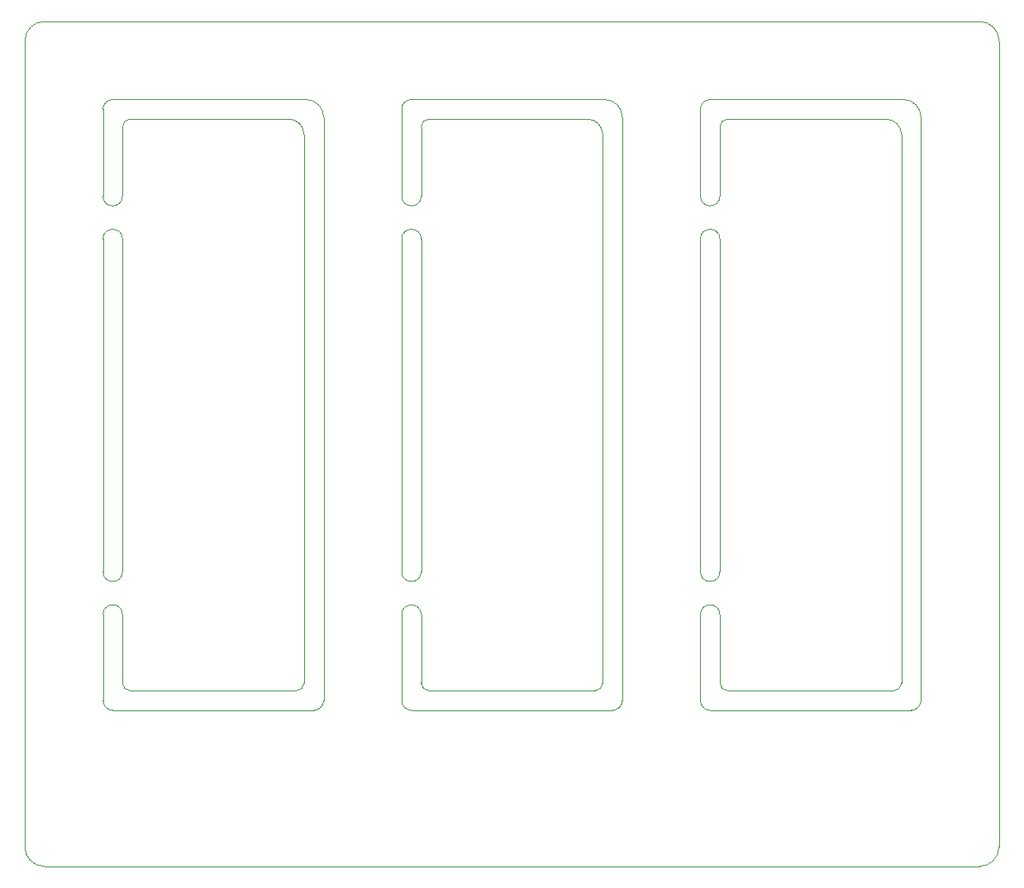
<source format=gm1>
%TF.GenerationSoftware,KiCad,Pcbnew,9.0.7*%
%TF.CreationDate,2026-02-08T19:30:57+03:00*%
%TF.ProjectId,mriya-mcu-cover-1.1.3,6d726979-612d-46d6-9375-2d636f766572,1.1.3*%
%TF.SameCoordinates,Original*%
%TF.FileFunction,Profile,NP*%
%FSLAX46Y46*%
G04 Gerber Fmt 4.6, Leading zero omitted, Abs format (unit mm)*
G04 Created by KiCad (PCBNEW 9.0.7) date 2026-02-08 19:30:57*
%MOMM*%
%LPD*%
G01*
G04 APERTURE LIST*
%TA.AperFunction,Profile*%
%ADD10C,0.100000*%
%TD*%
G04 APERTURE END LIST*
D10*
X77900000Y-28900000D02*
G75*
G02*
X78900000Y-27900000I1000000J0D01*
G01*
X78900000Y-90500000D02*
G75*
G02*
X77900000Y-89500000I0J1000000D01*
G01*
X111300000Y-29900000D02*
X127500000Y-29900000D01*
X98500000Y-87700000D02*
G75*
G02*
X97700000Y-88500000I-800000J0D01*
G01*
X131100000Y-89500000D02*
X131100000Y-29700000D01*
X129300000Y-27900000D02*
X109500000Y-27900000D01*
X139100000Y-28900000D02*
G75*
G02*
X140100000Y-27900000I1000000J0D01*
G01*
X98700000Y-27900000D02*
G75*
G02*
X100500000Y-29700000I0J-1800000D01*
G01*
X110500000Y-87700000D02*
X110500000Y-80700000D01*
X141100000Y-87700000D02*
X141100000Y-80700000D01*
X79900000Y-37800000D02*
X79900000Y-30700000D01*
X141900000Y-29900000D02*
X158100000Y-29900000D01*
X110500000Y-76300000D02*
X110500000Y-42200000D01*
X96900000Y-29900000D02*
G75*
G02*
X98500000Y-31500000I0J-1600000D01*
G01*
X139100000Y-80700000D02*
X139100000Y-89500000D01*
X108500000Y-37800000D02*
X108500000Y-28900000D01*
X141100000Y-76300000D02*
X141100000Y-42200000D01*
X140100000Y-90500000D02*
X160700000Y-90500000D01*
X98500000Y-87700000D02*
X98500000Y-31500000D01*
X141100000Y-37800000D02*
X141100000Y-30700000D01*
X110500000Y-37800000D02*
X110500000Y-30700000D01*
X110500000Y-76300000D02*
G75*
G02*
X108500000Y-76300000I-1000000J0D01*
G01*
X140100000Y-90500000D02*
G75*
G02*
X139100000Y-89500000I0J1000000D01*
G01*
X79900000Y-76300000D02*
X79900000Y-42200000D01*
X129100000Y-87700000D02*
G75*
G02*
X128300000Y-88500000I-800000J0D01*
G01*
X79900000Y-37800000D02*
G75*
G02*
X77900000Y-37800000I-1000000J0D01*
G01*
X167700000Y-19900000D02*
X71900000Y-19900000D01*
X169700000Y-104500000D02*
G75*
G02*
X167700000Y-106500000I-2000000J0D01*
G01*
X159700000Y-87700000D02*
X159700000Y-31500000D01*
X139100000Y-42200000D02*
X139100000Y-76300000D01*
X80700000Y-88500000D02*
G75*
G02*
X79900000Y-87700000I0J800000D01*
G01*
X141100000Y-30700000D02*
G75*
G02*
X141900000Y-29900000I800000J0D01*
G01*
X110500000Y-30700000D02*
G75*
G02*
X111300000Y-29900000I800000J0D01*
G01*
X141100000Y-37800000D02*
G75*
G02*
X139100000Y-37800000I-1000000J0D01*
G01*
X79900000Y-30700000D02*
G75*
G02*
X80700000Y-29900000I800000J0D01*
G01*
X141100000Y-76300000D02*
G75*
G02*
X139100000Y-76300000I-1000000J0D01*
G01*
X167700000Y-106500000D02*
X71900000Y-106500000D01*
X161700000Y-89500000D02*
G75*
G02*
X160700000Y-90500000I-1000000J0D01*
G01*
X139100000Y-42200000D02*
G75*
G02*
X141100000Y-42200000I1000000J0D01*
G01*
X78900000Y-90500000D02*
X99500000Y-90500000D01*
X141900000Y-88500000D02*
G75*
G02*
X141100000Y-87700000I0J800000D01*
G01*
X109500000Y-90500000D02*
G75*
G02*
X108500000Y-89500000I0J1000000D01*
G01*
X79900000Y-76300000D02*
G75*
G02*
X77900000Y-76300000I-1000000J0D01*
G01*
X98700000Y-27900000D02*
X78900000Y-27900000D01*
X108500000Y-42200000D02*
G75*
G02*
X110500000Y-42200000I1000000J0D01*
G01*
X108500000Y-28900000D02*
G75*
G02*
X109500000Y-27900000I1000000J0D01*
G01*
X80700000Y-29900000D02*
X96900000Y-29900000D01*
X77900000Y-42200000D02*
G75*
G02*
X79900000Y-42200000I1000000J0D01*
G01*
X77900000Y-42200000D02*
X77900000Y-76300000D01*
X108500000Y-80700000D02*
G75*
G02*
X110500000Y-80700000I1000000J0D01*
G01*
X71900000Y-106500000D02*
G75*
G02*
X69900000Y-104500000I0J2000000D01*
G01*
X169700000Y-104500000D02*
X169700000Y-21900000D01*
X167700000Y-19900000D02*
G75*
G02*
X169700000Y-21900000I0J-2000000D01*
G01*
X80700000Y-88500000D02*
X97700000Y-88500000D01*
X139100000Y-37800000D02*
X139100000Y-28900000D01*
X129100000Y-87700000D02*
X129100000Y-31500000D01*
X131100000Y-89500000D02*
G75*
G02*
X130100000Y-90500000I-1000000J0D01*
G01*
X100500000Y-89500000D02*
X100500000Y-29700000D01*
X159900000Y-27900000D02*
X140100000Y-27900000D01*
X69900000Y-21900000D02*
G75*
G02*
X71900000Y-19900000I2000000J0D01*
G01*
X77900000Y-37800000D02*
X77900000Y-28900000D01*
X77900000Y-80700000D02*
G75*
G02*
X79900000Y-80700000I1000000J0D01*
G01*
X109500000Y-90500000D02*
X130100000Y-90500000D01*
X159700000Y-87700000D02*
G75*
G02*
X158900000Y-88500000I-800000J0D01*
G01*
X77900000Y-80700000D02*
X77900000Y-89500000D01*
X100500000Y-89500000D02*
G75*
G02*
X99500000Y-90500000I-1000000J0D01*
G01*
X111300000Y-88500000D02*
X128300000Y-88500000D01*
X129300000Y-27900000D02*
G75*
G02*
X131100000Y-29700000I0J-1800000D01*
G01*
X159900000Y-27900000D02*
G75*
G02*
X161700000Y-29700000I0J-1800000D01*
G01*
X108500000Y-42200000D02*
X108500000Y-76300000D01*
X161700000Y-89500000D02*
X161700000Y-29700000D01*
X139100000Y-80700000D02*
G75*
G02*
X141100000Y-80700000I1000000J0D01*
G01*
X79900000Y-87700000D02*
X79900000Y-80700000D01*
X108500000Y-80700000D02*
X108500000Y-89500000D01*
X110500000Y-37800000D02*
G75*
G02*
X108500000Y-37800000I-1000000J0D01*
G01*
X111300000Y-88500000D02*
G75*
G02*
X110500000Y-87700000I0J800000D01*
G01*
X127500000Y-29900000D02*
G75*
G02*
X129100000Y-31500000I0J-1600000D01*
G01*
X69900000Y-104500000D02*
X69900000Y-21900000D01*
X141900000Y-88500000D02*
X158900000Y-88500000D01*
X158100000Y-29900000D02*
G75*
G02*
X159700000Y-31500000I0J-1600000D01*
G01*
M02*

</source>
